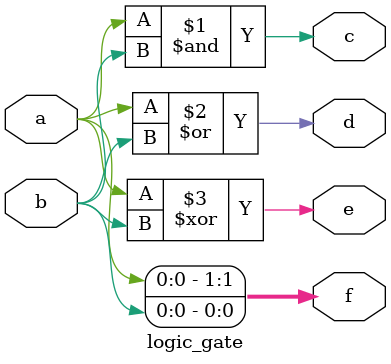
<source format=v>

`timescale 1ns/10ps

module logic_gate (
    input wire a,
    input wire b,
    output wire c,
    output wire d,
    output wire e,
    output wire[1:0] f
);

assign c = a & b;
assign d = a | b;
assign e = a ^ b;
assign f = {a, b};


endmodule

</source>
